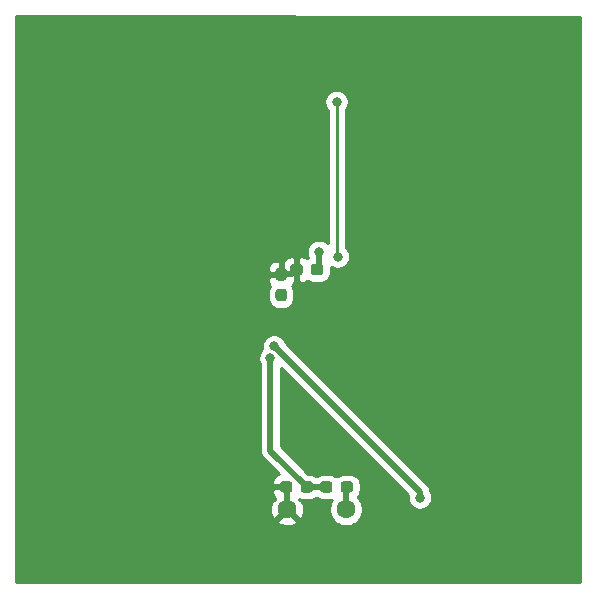
<source format=gbr>
%TF.GenerationSoftware,KiCad,Pcbnew,(5.1.6-0-10_14)*%
%TF.CreationDate,2021-01-01T01:37:36+01:00*%
%TF.ProjectId,driver,64726976-6572-42e6-9b69-6361645f7063,rev?*%
%TF.SameCoordinates,Original*%
%TF.FileFunction,Copper,L2,Bot*%
%TF.FilePolarity,Positive*%
%FSLAX46Y46*%
G04 Gerber Fmt 4.6, Leading zero omitted, Abs format (unit mm)*
G04 Created by KiCad (PCBNEW (5.1.6-0-10_14)) date 2021-01-01 01:37:36*
%MOMM*%
%LPD*%
G01*
G04 APERTURE LIST*
%TA.AperFunction,ComponentPad*%
%ADD10C,1.600000*%
%TD*%
%TA.AperFunction,ViaPad*%
%ADD11C,0.800000*%
%TD*%
%TA.AperFunction,Conductor*%
%ADD12C,0.500000*%
%TD*%
%TA.AperFunction,Conductor*%
%ADD13C,0.250000*%
%TD*%
%TA.AperFunction,Conductor*%
%ADD14C,0.254000*%
%TD*%
G04 APERTURE END LIST*
%TO.P,C1,2*%
%TO.N,GND*%
%TA.AperFunction,SMDPad,CuDef*%
G36*
G01*
X50425000Y-49262500D02*
X50425000Y-49737500D01*
G75*
G02*
X50187500Y-49975000I-237500J0D01*
G01*
X49612500Y-49975000D01*
G75*
G02*
X49375000Y-49737500I0J237500D01*
G01*
X49375000Y-49262500D01*
G75*
G02*
X49612500Y-49025000I237500J0D01*
G01*
X50187500Y-49025000D01*
G75*
G02*
X50425000Y-49262500I0J-237500D01*
G01*
G37*
%TD.AperFunction*%
%TO.P,C1,1*%
%TO.N,VIN*%
%TA.AperFunction,SMDPad,CuDef*%
G36*
G01*
X52175000Y-49262500D02*
X52175000Y-49737500D01*
G75*
G02*
X51937500Y-49975000I-237500J0D01*
G01*
X51362500Y-49975000D01*
G75*
G02*
X51125000Y-49737500I0J237500D01*
G01*
X51125000Y-49262500D01*
G75*
G02*
X51362500Y-49025000I237500J0D01*
G01*
X51937500Y-49025000D01*
G75*
G02*
X52175000Y-49262500I0J-237500D01*
G01*
G37*
%TD.AperFunction*%
%TD*%
%TO.P,C2,1*%
%TO.N,Net-(C2-Pad1)*%
%TA.AperFunction,SMDPad,CuDef*%
G36*
G01*
X48837500Y-52175000D02*
X48362500Y-52175000D01*
G75*
G02*
X48125000Y-51937500I0J237500D01*
G01*
X48125000Y-51362500D01*
G75*
G02*
X48362500Y-51125000I237500J0D01*
G01*
X48837500Y-51125000D01*
G75*
G02*
X49075000Y-51362500I0J-237500D01*
G01*
X49075000Y-51937500D01*
G75*
G02*
X48837500Y-52175000I-237500J0D01*
G01*
G37*
%TD.AperFunction*%
%TO.P,C2,2*%
%TO.N,GND*%
%TA.AperFunction,SMDPad,CuDef*%
G36*
G01*
X48837500Y-50425000D02*
X48362500Y-50425000D01*
G75*
G02*
X48125000Y-50187500I0J237500D01*
G01*
X48125000Y-49612500D01*
G75*
G02*
X48362500Y-49375000I237500J0D01*
G01*
X48837500Y-49375000D01*
G75*
G02*
X49075000Y-49612500I0J-237500D01*
G01*
X49075000Y-50187500D01*
G75*
G02*
X48837500Y-50425000I-237500J0D01*
G01*
G37*
%TD.AperFunction*%
%TD*%
D10*
%TO.P,C3,1*%
%TO.N,LED+*%
X54100000Y-69800000D03*
%TO.P,C3,2*%
%TO.N,GND*%
X49100000Y-69800000D03*
%TD*%
%TO.P,R4,1*%
%TO.N,LED+*%
%TA.AperFunction,SMDPad,CuDef*%
G36*
G01*
X54700000Y-67662500D02*
X54700000Y-68137500D01*
G75*
G02*
X54462500Y-68375000I-237500J0D01*
G01*
X53887500Y-68375000D01*
G75*
G02*
X53650000Y-68137500I0J237500D01*
G01*
X53650000Y-67662500D01*
G75*
G02*
X53887500Y-67425000I237500J0D01*
G01*
X54462500Y-67425000D01*
G75*
G02*
X54700000Y-67662500I0J-237500D01*
G01*
G37*
%TD.AperFunction*%
%TO.P,R4,2*%
%TO.N,Net-(R4-Pad2)*%
%TA.AperFunction,SMDPad,CuDef*%
G36*
G01*
X52950000Y-67662500D02*
X52950000Y-68137500D01*
G75*
G02*
X52712500Y-68375000I-237500J0D01*
G01*
X52137500Y-68375000D01*
G75*
G02*
X51900000Y-68137500I0J237500D01*
G01*
X51900000Y-67662500D01*
G75*
G02*
X52137500Y-67425000I237500J0D01*
G01*
X52712500Y-67425000D01*
G75*
G02*
X52950000Y-67662500I0J-237500D01*
G01*
G37*
%TD.AperFunction*%
%TD*%
%TO.P,R5,2*%
%TO.N,GND*%
%TA.AperFunction,SMDPad,CuDef*%
G36*
G01*
X49550000Y-67662500D02*
X49550000Y-68137500D01*
G75*
G02*
X49312500Y-68375000I-237500J0D01*
G01*
X48737500Y-68375000D01*
G75*
G02*
X48500000Y-68137500I0J237500D01*
G01*
X48500000Y-67662500D01*
G75*
G02*
X48737500Y-67425000I237500J0D01*
G01*
X49312500Y-67425000D01*
G75*
G02*
X49550000Y-67662500I0J-237500D01*
G01*
G37*
%TD.AperFunction*%
%TO.P,R5,1*%
%TO.N,Net-(R4-Pad2)*%
%TA.AperFunction,SMDPad,CuDef*%
G36*
G01*
X51300000Y-67662500D02*
X51300000Y-68137500D01*
G75*
G02*
X51062500Y-68375000I-237500J0D01*
G01*
X50487500Y-68375000D01*
G75*
G02*
X50250000Y-68137500I0J237500D01*
G01*
X50250000Y-67662500D01*
G75*
G02*
X50487500Y-67425000I237500J0D01*
G01*
X51062500Y-67425000D01*
G75*
G02*
X51300000Y-67662500I0J-237500D01*
G01*
G37*
%TD.AperFunction*%
%TD*%
D11*
%TO.N,GND*%
X49900000Y-49500000D03*
X41487500Y-47900000D03*
X41487500Y-49012500D03*
X41487500Y-50212500D03*
X41487500Y-51412500D03*
X48600000Y-49900000D03*
X51650000Y-30850000D03*
X50700000Y-31800000D03*
X49600000Y-32900000D03*
X48300000Y-33500000D03*
X46800000Y-33500000D03*
X45400000Y-33500000D03*
X43700000Y-33500000D03*
X42500000Y-33500000D03*
X41100000Y-33500000D03*
X39300000Y-33500000D03*
X38000000Y-33500000D03*
X36600000Y-33500000D03*
X50400000Y-71100000D03*
X51649999Y-71550001D03*
X56300000Y-71300000D03*
X57300000Y-70300000D03*
X43600000Y-47500000D03*
X43700000Y-48800000D03*
X43700000Y-49900000D03*
X43700000Y-50900000D03*
X43600000Y-52200000D03*
X44700000Y-51100000D03*
X45600000Y-50300000D03*
X46000000Y-49200000D03*
X45300000Y-48300000D03*
X44600000Y-47400000D03*
X44700000Y-49300000D03*
X39700000Y-46600000D03*
X39400000Y-47900000D03*
X39500000Y-49200000D03*
X39500000Y-50600000D03*
X39500000Y-52000000D03*
X39600000Y-53100000D03*
X58300000Y-70200000D03*
X58300000Y-71200000D03*
X57700000Y-71900000D03*
X56400000Y-73200000D03*
X55100000Y-74000000D03*
X53500000Y-74000000D03*
X52000000Y-73800000D03*
X51000000Y-72800000D03*
X50250000Y-72050000D03*
X52999998Y-72500002D03*
X54100002Y-72500002D03*
X55550000Y-72050000D03*
%TO.N,VIN*%
X51800000Y-48000000D03*
%TO.N,Net-(C2-Pad1)*%
X48600000Y-51650000D03*
%TO.N,LED-*%
X60350000Y-68800000D03*
X48000000Y-56000000D03*
%TO.N,Net-(R4-Pad2)*%
X50775000Y-67900000D03*
X47700000Y-57000000D03*
%TO.N,Net-(RPWM1-Pad2)*%
X53400000Y-48400000D03*
X53300000Y-35300000D03*
%TD*%
D12*
%TO.N,GND*%
X49500000Y-49900000D02*
X49900000Y-49500000D01*
X48600000Y-49900000D02*
X48600000Y-49900000D01*
X49100000Y-67975000D02*
X49025000Y-67900000D01*
X49100000Y-69800000D02*
X49100000Y-67975000D01*
X48600000Y-49900000D02*
X49500000Y-49900000D01*
%TO.N,VIN*%
X51800000Y-49350000D02*
X51650000Y-49500000D01*
X51800000Y-48000000D02*
X51800000Y-49350000D01*
%TO.N,LED+*%
X54100000Y-67975000D02*
X54175000Y-67900000D01*
X54100000Y-69800000D02*
X54100000Y-67975000D01*
%TO.N,LED-*%
X60350000Y-68350000D02*
X60350000Y-68800000D01*
X48000000Y-56000000D02*
X60350000Y-68350000D01*
%TO.N,Net-(R4-Pad2)*%
X52425000Y-67900000D02*
X50775000Y-67900000D01*
X47700000Y-64825000D02*
X50775000Y-67900000D01*
X47700000Y-57000000D02*
X47700000Y-64825000D01*
D13*
%TO.N,Net-(RPWM1-Pad2)*%
X53300000Y-48300000D02*
X53400000Y-48400000D01*
X53300000Y-35300000D02*
X53300000Y-48300000D01*
%TD*%
D14*
%TO.N,GND*%
G36*
X73873000Y-28126736D02*
G01*
X73873000Y-75973000D01*
X26127000Y-75973000D01*
X26127000Y-70792702D01*
X48286903Y-70792702D01*
X48358486Y-71036671D01*
X48613996Y-71157571D01*
X48888184Y-71226300D01*
X49170512Y-71240217D01*
X49450130Y-71198787D01*
X49716292Y-71103603D01*
X49841514Y-71036671D01*
X49913097Y-70792702D01*
X49100000Y-69979605D01*
X48286903Y-70792702D01*
X26127000Y-70792702D01*
X26127000Y-56898061D01*
X46665000Y-56898061D01*
X46665000Y-57101939D01*
X46704774Y-57301898D01*
X46782795Y-57490256D01*
X46815000Y-57538454D01*
X46815001Y-64781521D01*
X46810719Y-64825000D01*
X46827805Y-64998490D01*
X46878412Y-65165313D01*
X46960590Y-65319059D01*
X47043468Y-65420046D01*
X47043471Y-65420049D01*
X47071184Y-65453817D01*
X47104951Y-65481529D01*
X48418387Y-66794966D01*
X48375518Y-66799188D01*
X48255820Y-66835498D01*
X48145506Y-66894463D01*
X48048815Y-66973815D01*
X47969463Y-67070506D01*
X47910498Y-67180820D01*
X47874188Y-67300518D01*
X47861928Y-67425000D01*
X47865000Y-67614250D01*
X48023750Y-67773000D01*
X48898000Y-67773000D01*
X48898000Y-67753000D01*
X49152000Y-67753000D01*
X49152000Y-67773000D01*
X49172000Y-67773000D01*
X49172000Y-68027000D01*
X49152000Y-68027000D01*
X49152000Y-68047000D01*
X48898000Y-68047000D01*
X48898000Y-68027000D01*
X48023750Y-68027000D01*
X47865000Y-68185750D01*
X47861928Y-68375000D01*
X47874188Y-68499482D01*
X47910498Y-68619180D01*
X47969463Y-68729494D01*
X48042799Y-68818854D01*
X47991023Y-68870630D01*
X48107296Y-68986903D01*
X47863329Y-69058486D01*
X47742429Y-69313996D01*
X47673700Y-69588184D01*
X47659783Y-69870512D01*
X47701213Y-70150130D01*
X47796397Y-70416292D01*
X47863329Y-70541514D01*
X48107298Y-70613097D01*
X48920395Y-69800000D01*
X48906253Y-69785858D01*
X49085858Y-69606253D01*
X49100000Y-69620395D01*
X49114143Y-69606253D01*
X49293748Y-69785858D01*
X49279605Y-69800000D01*
X50092702Y-70613097D01*
X50336671Y-70541514D01*
X50457571Y-70286004D01*
X50526300Y-70011816D01*
X50540217Y-69729488D01*
X50498787Y-69449870D01*
X50403603Y-69183708D01*
X50336671Y-69058486D01*
X50092704Y-68986903D01*
X50139889Y-68939718D01*
X50152433Y-68946423D01*
X50316684Y-68996248D01*
X50487500Y-69013072D01*
X51062500Y-69013072D01*
X51233316Y-68996248D01*
X51397567Y-68946423D01*
X51548942Y-68865512D01*
X51600000Y-68823610D01*
X51651058Y-68865512D01*
X51802433Y-68946423D01*
X51966684Y-68996248D01*
X52137500Y-69013072D01*
X52712500Y-69013072D01*
X52883316Y-68996248D01*
X52918277Y-68985643D01*
X52828320Y-69120273D01*
X52720147Y-69381426D01*
X52665000Y-69658665D01*
X52665000Y-69941335D01*
X52720147Y-70218574D01*
X52828320Y-70479727D01*
X52985363Y-70714759D01*
X53185241Y-70914637D01*
X53420273Y-71071680D01*
X53681426Y-71179853D01*
X53958665Y-71235000D01*
X54241335Y-71235000D01*
X54518574Y-71179853D01*
X54779727Y-71071680D01*
X55014759Y-70914637D01*
X55214637Y-70714759D01*
X55371680Y-70479727D01*
X55479853Y-70218574D01*
X55535000Y-69941335D01*
X55535000Y-69658665D01*
X55479853Y-69381426D01*
X55371680Y-69120273D01*
X55214637Y-68885241D01*
X55083605Y-68754209D01*
X55190512Y-68623942D01*
X55271423Y-68472567D01*
X55321248Y-68308316D01*
X55338072Y-68137500D01*
X55338072Y-67662500D01*
X55321248Y-67491684D01*
X55271423Y-67327433D01*
X55190512Y-67176058D01*
X55081623Y-67043377D01*
X54948942Y-66934488D01*
X54797567Y-66853577D01*
X54633316Y-66803752D01*
X54462500Y-66786928D01*
X53887500Y-66786928D01*
X53716684Y-66803752D01*
X53552433Y-66853577D01*
X53401058Y-66934488D01*
X53300000Y-67017425D01*
X53198942Y-66934488D01*
X53047567Y-66853577D01*
X52883316Y-66803752D01*
X52712500Y-66786928D01*
X52137500Y-66786928D01*
X51966684Y-66803752D01*
X51802433Y-66853577D01*
X51651058Y-66934488D01*
X51600000Y-66976390D01*
X51548942Y-66934488D01*
X51397567Y-66853577D01*
X51233316Y-66803752D01*
X51062500Y-66786928D01*
X50913507Y-66786928D01*
X48585000Y-64458422D01*
X48585000Y-57836578D01*
X59336814Y-68588393D01*
X59315000Y-68698061D01*
X59315000Y-68901939D01*
X59354774Y-69101898D01*
X59432795Y-69290256D01*
X59546063Y-69459774D01*
X59690226Y-69603937D01*
X59859744Y-69717205D01*
X60048102Y-69795226D01*
X60248061Y-69835000D01*
X60451939Y-69835000D01*
X60651898Y-69795226D01*
X60840256Y-69717205D01*
X61009774Y-69603937D01*
X61153937Y-69459774D01*
X61267205Y-69290256D01*
X61345226Y-69101898D01*
X61385000Y-68901939D01*
X61385000Y-68698061D01*
X61345226Y-68498102D01*
X61267205Y-68309744D01*
X61229804Y-68253770D01*
X61222195Y-68176510D01*
X61171589Y-68009687D01*
X61089411Y-67855941D01*
X61041910Y-67798061D01*
X61006532Y-67754953D01*
X61006530Y-67754951D01*
X60978817Y-67721183D01*
X60945051Y-67693472D01*
X49006535Y-55754957D01*
X48995226Y-55698102D01*
X48917205Y-55509744D01*
X48803937Y-55340226D01*
X48659774Y-55196063D01*
X48490256Y-55082795D01*
X48301898Y-55004774D01*
X48101939Y-54965000D01*
X47898061Y-54965000D01*
X47698102Y-55004774D01*
X47509744Y-55082795D01*
X47340226Y-55196063D01*
X47196063Y-55340226D01*
X47082795Y-55509744D01*
X47004774Y-55698102D01*
X46965000Y-55898061D01*
X46965000Y-56101939D01*
X46993097Y-56243192D01*
X46896063Y-56340226D01*
X46782795Y-56509744D01*
X46704774Y-56698102D01*
X46665000Y-56898061D01*
X26127000Y-56898061D01*
X26127000Y-50425000D01*
X47486928Y-50425000D01*
X47499188Y-50549482D01*
X47535498Y-50669180D01*
X47594463Y-50779494D01*
X47654099Y-50852161D01*
X47634488Y-50876058D01*
X47553577Y-51027433D01*
X47503752Y-51191684D01*
X47486928Y-51362500D01*
X47486928Y-51937500D01*
X47503752Y-52108316D01*
X47553577Y-52272567D01*
X47634488Y-52423942D01*
X47743377Y-52556623D01*
X47876058Y-52665512D01*
X48027433Y-52746423D01*
X48191684Y-52796248D01*
X48362500Y-52813072D01*
X48837500Y-52813072D01*
X49008316Y-52796248D01*
X49172567Y-52746423D01*
X49323942Y-52665512D01*
X49456623Y-52556623D01*
X49565512Y-52423942D01*
X49646423Y-52272567D01*
X49696248Y-52108316D01*
X49713072Y-51937500D01*
X49713072Y-51362500D01*
X49696248Y-51191684D01*
X49646423Y-51027433D01*
X49565512Y-50876058D01*
X49545901Y-50852161D01*
X49605537Y-50779494D01*
X49664502Y-50669180D01*
X49700812Y-50549482D01*
X49703657Y-50520593D01*
X49773000Y-50451250D01*
X49773000Y-49627000D01*
X49753000Y-49627000D01*
X49753000Y-49373000D01*
X49773000Y-49373000D01*
X49773000Y-48548750D01*
X50027000Y-48548750D01*
X50027000Y-49373000D01*
X50047000Y-49373000D01*
X50047000Y-49627000D01*
X50027000Y-49627000D01*
X50027000Y-50451250D01*
X50185750Y-50610000D01*
X50425000Y-50613072D01*
X50549482Y-50600812D01*
X50669180Y-50564502D01*
X50779494Y-50505537D01*
X50852161Y-50445901D01*
X50876058Y-50465512D01*
X51027433Y-50546423D01*
X51191684Y-50596248D01*
X51362500Y-50613072D01*
X51937500Y-50613072D01*
X52108316Y-50596248D01*
X52272567Y-50546423D01*
X52423942Y-50465512D01*
X52556623Y-50356623D01*
X52665512Y-50223942D01*
X52746423Y-50072567D01*
X52796248Y-49908316D01*
X52813072Y-49737500D01*
X52813072Y-49262500D01*
X52812029Y-49251914D01*
X52909744Y-49317205D01*
X53098102Y-49395226D01*
X53298061Y-49435000D01*
X53501939Y-49435000D01*
X53701898Y-49395226D01*
X53890256Y-49317205D01*
X54059774Y-49203937D01*
X54203937Y-49059774D01*
X54317205Y-48890256D01*
X54395226Y-48701898D01*
X54435000Y-48501939D01*
X54435000Y-48298061D01*
X54395226Y-48098102D01*
X54317205Y-47909744D01*
X54203937Y-47740226D01*
X54060000Y-47596289D01*
X54060000Y-36003711D01*
X54103937Y-35959774D01*
X54217205Y-35790256D01*
X54295226Y-35601898D01*
X54335000Y-35401939D01*
X54335000Y-35198061D01*
X54295226Y-34998102D01*
X54217205Y-34809744D01*
X54103937Y-34640226D01*
X53959774Y-34496063D01*
X53790256Y-34382795D01*
X53601898Y-34304774D01*
X53401939Y-34265000D01*
X53198061Y-34265000D01*
X52998102Y-34304774D01*
X52809744Y-34382795D01*
X52640226Y-34496063D01*
X52496063Y-34640226D01*
X52382795Y-34809744D01*
X52304774Y-34998102D01*
X52265000Y-35198061D01*
X52265000Y-35401939D01*
X52304774Y-35601898D01*
X52382795Y-35790256D01*
X52496063Y-35959774D01*
X52540000Y-36003711D01*
X52540001Y-47276290D01*
X52459774Y-47196063D01*
X52290256Y-47082795D01*
X52101898Y-47004774D01*
X51901939Y-46965000D01*
X51698061Y-46965000D01*
X51498102Y-47004774D01*
X51309744Y-47082795D01*
X51140226Y-47196063D01*
X50996063Y-47340226D01*
X50882795Y-47509744D01*
X50804774Y-47698102D01*
X50765000Y-47898061D01*
X50765000Y-48101939D01*
X50804774Y-48301898D01*
X50882795Y-48490256D01*
X50902799Y-48520195D01*
X50876058Y-48534488D01*
X50852161Y-48554099D01*
X50779494Y-48494463D01*
X50669180Y-48435498D01*
X50549482Y-48399188D01*
X50425000Y-48386928D01*
X50185750Y-48390000D01*
X50027000Y-48548750D01*
X49773000Y-48548750D01*
X49614250Y-48390000D01*
X49375000Y-48386928D01*
X49250518Y-48399188D01*
X49130820Y-48435498D01*
X49020506Y-48494463D01*
X48923815Y-48573815D01*
X48844463Y-48670506D01*
X48785498Y-48780820D01*
X48759619Y-48866131D01*
X48727000Y-48898750D01*
X48727000Y-49773000D01*
X48747000Y-49773000D01*
X48747000Y-49778750D01*
X48740000Y-49785750D01*
X48736928Y-49975000D01*
X48742049Y-50027000D01*
X48727000Y-50027000D01*
X48727000Y-50047000D01*
X48473000Y-50047000D01*
X48473000Y-50027000D01*
X47648750Y-50027000D01*
X47490000Y-50185750D01*
X47486928Y-50425000D01*
X26127000Y-50425000D01*
X26127000Y-49375000D01*
X47486928Y-49375000D01*
X47490000Y-49614250D01*
X47648750Y-49773000D01*
X48473000Y-49773000D01*
X48473000Y-48898750D01*
X48314250Y-48740000D01*
X48125000Y-48736928D01*
X48000518Y-48749188D01*
X47880820Y-48785498D01*
X47770506Y-48844463D01*
X47673815Y-48923815D01*
X47594463Y-49020506D01*
X47535498Y-49130820D01*
X47499188Y-49250518D01*
X47486928Y-49375000D01*
X26127000Y-49375000D01*
X26127000Y-28027265D01*
X73873000Y-28126736D01*
G37*
X73873000Y-28126736D02*
X73873000Y-75973000D01*
X26127000Y-75973000D01*
X26127000Y-70792702D01*
X48286903Y-70792702D01*
X48358486Y-71036671D01*
X48613996Y-71157571D01*
X48888184Y-71226300D01*
X49170512Y-71240217D01*
X49450130Y-71198787D01*
X49716292Y-71103603D01*
X49841514Y-71036671D01*
X49913097Y-70792702D01*
X49100000Y-69979605D01*
X48286903Y-70792702D01*
X26127000Y-70792702D01*
X26127000Y-56898061D01*
X46665000Y-56898061D01*
X46665000Y-57101939D01*
X46704774Y-57301898D01*
X46782795Y-57490256D01*
X46815000Y-57538454D01*
X46815001Y-64781521D01*
X46810719Y-64825000D01*
X46827805Y-64998490D01*
X46878412Y-65165313D01*
X46960590Y-65319059D01*
X47043468Y-65420046D01*
X47043471Y-65420049D01*
X47071184Y-65453817D01*
X47104951Y-65481529D01*
X48418387Y-66794966D01*
X48375518Y-66799188D01*
X48255820Y-66835498D01*
X48145506Y-66894463D01*
X48048815Y-66973815D01*
X47969463Y-67070506D01*
X47910498Y-67180820D01*
X47874188Y-67300518D01*
X47861928Y-67425000D01*
X47865000Y-67614250D01*
X48023750Y-67773000D01*
X48898000Y-67773000D01*
X48898000Y-67753000D01*
X49152000Y-67753000D01*
X49152000Y-67773000D01*
X49172000Y-67773000D01*
X49172000Y-68027000D01*
X49152000Y-68027000D01*
X49152000Y-68047000D01*
X48898000Y-68047000D01*
X48898000Y-68027000D01*
X48023750Y-68027000D01*
X47865000Y-68185750D01*
X47861928Y-68375000D01*
X47874188Y-68499482D01*
X47910498Y-68619180D01*
X47969463Y-68729494D01*
X48042799Y-68818854D01*
X47991023Y-68870630D01*
X48107296Y-68986903D01*
X47863329Y-69058486D01*
X47742429Y-69313996D01*
X47673700Y-69588184D01*
X47659783Y-69870512D01*
X47701213Y-70150130D01*
X47796397Y-70416292D01*
X47863329Y-70541514D01*
X48107298Y-70613097D01*
X48920395Y-69800000D01*
X48906253Y-69785858D01*
X49085858Y-69606253D01*
X49100000Y-69620395D01*
X49114143Y-69606253D01*
X49293748Y-69785858D01*
X49279605Y-69800000D01*
X50092702Y-70613097D01*
X50336671Y-70541514D01*
X50457571Y-70286004D01*
X50526300Y-70011816D01*
X50540217Y-69729488D01*
X50498787Y-69449870D01*
X50403603Y-69183708D01*
X50336671Y-69058486D01*
X50092704Y-68986903D01*
X50139889Y-68939718D01*
X50152433Y-68946423D01*
X50316684Y-68996248D01*
X50487500Y-69013072D01*
X51062500Y-69013072D01*
X51233316Y-68996248D01*
X51397567Y-68946423D01*
X51548942Y-68865512D01*
X51600000Y-68823610D01*
X51651058Y-68865512D01*
X51802433Y-68946423D01*
X51966684Y-68996248D01*
X52137500Y-69013072D01*
X52712500Y-69013072D01*
X52883316Y-68996248D01*
X52918277Y-68985643D01*
X52828320Y-69120273D01*
X52720147Y-69381426D01*
X52665000Y-69658665D01*
X52665000Y-69941335D01*
X52720147Y-70218574D01*
X52828320Y-70479727D01*
X52985363Y-70714759D01*
X53185241Y-70914637D01*
X53420273Y-71071680D01*
X53681426Y-71179853D01*
X53958665Y-71235000D01*
X54241335Y-71235000D01*
X54518574Y-71179853D01*
X54779727Y-71071680D01*
X55014759Y-70914637D01*
X55214637Y-70714759D01*
X55371680Y-70479727D01*
X55479853Y-70218574D01*
X55535000Y-69941335D01*
X55535000Y-69658665D01*
X55479853Y-69381426D01*
X55371680Y-69120273D01*
X55214637Y-68885241D01*
X55083605Y-68754209D01*
X55190512Y-68623942D01*
X55271423Y-68472567D01*
X55321248Y-68308316D01*
X55338072Y-68137500D01*
X55338072Y-67662500D01*
X55321248Y-67491684D01*
X55271423Y-67327433D01*
X55190512Y-67176058D01*
X55081623Y-67043377D01*
X54948942Y-66934488D01*
X54797567Y-66853577D01*
X54633316Y-66803752D01*
X54462500Y-66786928D01*
X53887500Y-66786928D01*
X53716684Y-66803752D01*
X53552433Y-66853577D01*
X53401058Y-66934488D01*
X53300000Y-67017425D01*
X53198942Y-66934488D01*
X53047567Y-66853577D01*
X52883316Y-66803752D01*
X52712500Y-66786928D01*
X52137500Y-66786928D01*
X51966684Y-66803752D01*
X51802433Y-66853577D01*
X51651058Y-66934488D01*
X51600000Y-66976390D01*
X51548942Y-66934488D01*
X51397567Y-66853577D01*
X51233316Y-66803752D01*
X51062500Y-66786928D01*
X50913507Y-66786928D01*
X48585000Y-64458422D01*
X48585000Y-57836578D01*
X59336814Y-68588393D01*
X59315000Y-68698061D01*
X59315000Y-68901939D01*
X59354774Y-69101898D01*
X59432795Y-69290256D01*
X59546063Y-69459774D01*
X59690226Y-69603937D01*
X59859744Y-69717205D01*
X60048102Y-69795226D01*
X60248061Y-69835000D01*
X60451939Y-69835000D01*
X60651898Y-69795226D01*
X60840256Y-69717205D01*
X61009774Y-69603937D01*
X61153937Y-69459774D01*
X61267205Y-69290256D01*
X61345226Y-69101898D01*
X61385000Y-68901939D01*
X61385000Y-68698061D01*
X61345226Y-68498102D01*
X61267205Y-68309744D01*
X61229804Y-68253770D01*
X61222195Y-68176510D01*
X61171589Y-68009687D01*
X61089411Y-67855941D01*
X61041910Y-67798061D01*
X61006532Y-67754953D01*
X61006530Y-67754951D01*
X60978817Y-67721183D01*
X60945051Y-67693472D01*
X49006535Y-55754957D01*
X48995226Y-55698102D01*
X48917205Y-55509744D01*
X48803937Y-55340226D01*
X48659774Y-55196063D01*
X48490256Y-55082795D01*
X48301898Y-55004774D01*
X48101939Y-54965000D01*
X47898061Y-54965000D01*
X47698102Y-55004774D01*
X47509744Y-55082795D01*
X47340226Y-55196063D01*
X47196063Y-55340226D01*
X47082795Y-55509744D01*
X47004774Y-55698102D01*
X46965000Y-55898061D01*
X46965000Y-56101939D01*
X46993097Y-56243192D01*
X46896063Y-56340226D01*
X46782795Y-56509744D01*
X46704774Y-56698102D01*
X46665000Y-56898061D01*
X26127000Y-56898061D01*
X26127000Y-50425000D01*
X47486928Y-50425000D01*
X47499188Y-50549482D01*
X47535498Y-50669180D01*
X47594463Y-50779494D01*
X47654099Y-50852161D01*
X47634488Y-50876058D01*
X47553577Y-51027433D01*
X47503752Y-51191684D01*
X47486928Y-51362500D01*
X47486928Y-51937500D01*
X47503752Y-52108316D01*
X47553577Y-52272567D01*
X47634488Y-52423942D01*
X47743377Y-52556623D01*
X47876058Y-52665512D01*
X48027433Y-52746423D01*
X48191684Y-52796248D01*
X48362500Y-52813072D01*
X48837500Y-52813072D01*
X49008316Y-52796248D01*
X49172567Y-52746423D01*
X49323942Y-52665512D01*
X49456623Y-52556623D01*
X49565512Y-52423942D01*
X49646423Y-52272567D01*
X49696248Y-52108316D01*
X49713072Y-51937500D01*
X49713072Y-51362500D01*
X49696248Y-51191684D01*
X49646423Y-51027433D01*
X49565512Y-50876058D01*
X49545901Y-50852161D01*
X49605537Y-50779494D01*
X49664502Y-50669180D01*
X49700812Y-50549482D01*
X49703657Y-50520593D01*
X49773000Y-50451250D01*
X49773000Y-49627000D01*
X49753000Y-49627000D01*
X49753000Y-49373000D01*
X49773000Y-49373000D01*
X49773000Y-48548750D01*
X50027000Y-48548750D01*
X50027000Y-49373000D01*
X50047000Y-49373000D01*
X50047000Y-49627000D01*
X50027000Y-49627000D01*
X50027000Y-50451250D01*
X50185750Y-50610000D01*
X50425000Y-50613072D01*
X50549482Y-50600812D01*
X50669180Y-50564502D01*
X50779494Y-50505537D01*
X50852161Y-50445901D01*
X50876058Y-50465512D01*
X51027433Y-50546423D01*
X51191684Y-50596248D01*
X51362500Y-50613072D01*
X51937500Y-50613072D01*
X52108316Y-50596248D01*
X52272567Y-50546423D01*
X52423942Y-50465512D01*
X52556623Y-50356623D01*
X52665512Y-50223942D01*
X52746423Y-50072567D01*
X52796248Y-49908316D01*
X52813072Y-49737500D01*
X52813072Y-49262500D01*
X52812029Y-49251914D01*
X52909744Y-49317205D01*
X53098102Y-49395226D01*
X53298061Y-49435000D01*
X53501939Y-49435000D01*
X53701898Y-49395226D01*
X53890256Y-49317205D01*
X54059774Y-49203937D01*
X54203937Y-49059774D01*
X54317205Y-48890256D01*
X54395226Y-48701898D01*
X54435000Y-48501939D01*
X54435000Y-48298061D01*
X54395226Y-48098102D01*
X54317205Y-47909744D01*
X54203937Y-47740226D01*
X54060000Y-47596289D01*
X54060000Y-36003711D01*
X54103937Y-35959774D01*
X54217205Y-35790256D01*
X54295226Y-35601898D01*
X54335000Y-35401939D01*
X54335000Y-35198061D01*
X54295226Y-34998102D01*
X54217205Y-34809744D01*
X54103937Y-34640226D01*
X53959774Y-34496063D01*
X53790256Y-34382795D01*
X53601898Y-34304774D01*
X53401939Y-34265000D01*
X53198061Y-34265000D01*
X52998102Y-34304774D01*
X52809744Y-34382795D01*
X52640226Y-34496063D01*
X52496063Y-34640226D01*
X52382795Y-34809744D01*
X52304774Y-34998102D01*
X52265000Y-35198061D01*
X52265000Y-35401939D01*
X52304774Y-35601898D01*
X52382795Y-35790256D01*
X52496063Y-35959774D01*
X52540000Y-36003711D01*
X52540001Y-47276290D01*
X52459774Y-47196063D01*
X52290256Y-47082795D01*
X52101898Y-47004774D01*
X51901939Y-46965000D01*
X51698061Y-46965000D01*
X51498102Y-47004774D01*
X51309744Y-47082795D01*
X51140226Y-47196063D01*
X50996063Y-47340226D01*
X50882795Y-47509744D01*
X50804774Y-47698102D01*
X50765000Y-47898061D01*
X50765000Y-48101939D01*
X50804774Y-48301898D01*
X50882795Y-48490256D01*
X50902799Y-48520195D01*
X50876058Y-48534488D01*
X50852161Y-48554099D01*
X50779494Y-48494463D01*
X50669180Y-48435498D01*
X50549482Y-48399188D01*
X50425000Y-48386928D01*
X50185750Y-48390000D01*
X50027000Y-48548750D01*
X49773000Y-48548750D01*
X49614250Y-48390000D01*
X49375000Y-48386928D01*
X49250518Y-48399188D01*
X49130820Y-48435498D01*
X49020506Y-48494463D01*
X48923815Y-48573815D01*
X48844463Y-48670506D01*
X48785498Y-48780820D01*
X48759619Y-48866131D01*
X48727000Y-48898750D01*
X48727000Y-49773000D01*
X48747000Y-49773000D01*
X48747000Y-49778750D01*
X48740000Y-49785750D01*
X48736928Y-49975000D01*
X48742049Y-50027000D01*
X48727000Y-50027000D01*
X48727000Y-50047000D01*
X48473000Y-50047000D01*
X48473000Y-50027000D01*
X47648750Y-50027000D01*
X47490000Y-50185750D01*
X47486928Y-50425000D01*
X26127000Y-50425000D01*
X26127000Y-49375000D01*
X47486928Y-49375000D01*
X47490000Y-49614250D01*
X47648750Y-49773000D01*
X48473000Y-49773000D01*
X48473000Y-48898750D01*
X48314250Y-48740000D01*
X48125000Y-48736928D01*
X48000518Y-48749188D01*
X47880820Y-48785498D01*
X47770506Y-48844463D01*
X47673815Y-48923815D01*
X47594463Y-49020506D01*
X47535498Y-49130820D01*
X47499188Y-49250518D01*
X47486928Y-49375000D01*
X26127000Y-49375000D01*
X26127000Y-28027265D01*
X73873000Y-28126736D01*
%TD*%
M02*

</source>
